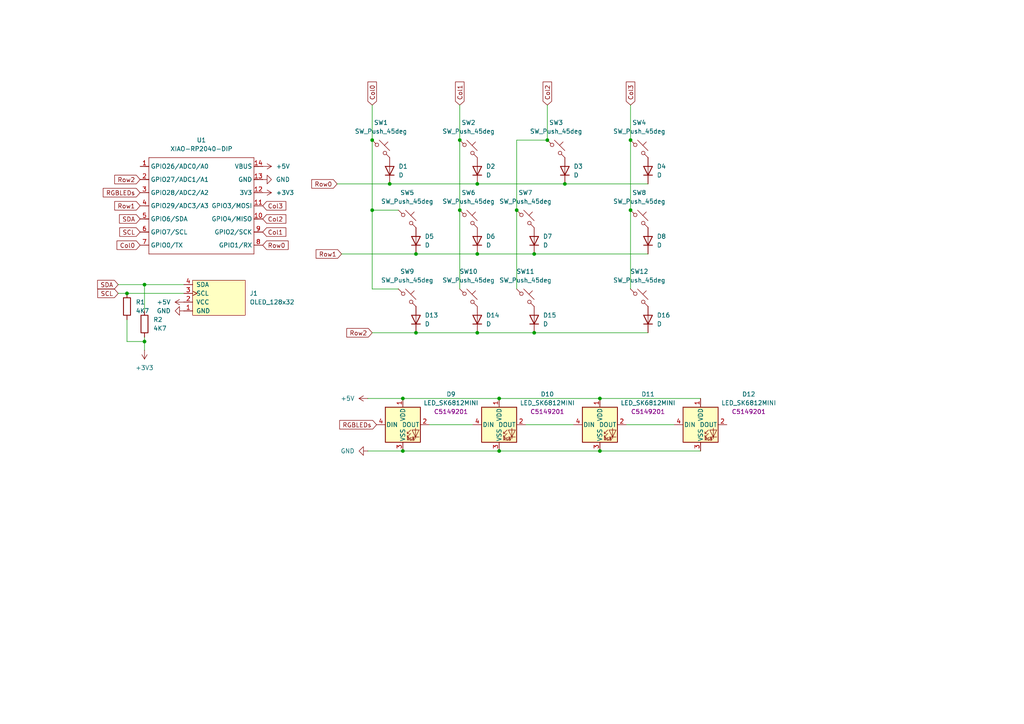
<source format=kicad_sch>
(kicad_sch (version 20231120) (generator "eeschema") (generator_version "8.0")
  (paper "A4")
  (title_block (title "GamerPad") (date "2025-02-08") (rev "0.0.1"))
  (lib_symbols
    (symbol "Device:D" (pin_numbers hide) (pin_names (offset 1.016) hide)
      (property "Reference" "D" (at 0 2.54 0))
      (property "Value" "D" (at 0 -2.54 0))
      (symbol "D_0_1"
        (polyline (pts (xy -1.27 1.27) (xy -1.27 -1.27)) (stroke (width 0.254)))
        (polyline (pts (xy 1.27 0) (xy -1.27 0)))
        (polyline (pts (xy 1.27 1.27) (xy 1.27 -1.27) (xy -1.27 0) (xy 1.27 1.27)) (stroke (width 0.254)))
      )
      (symbol "D_1_1"
        (pin passive line (at -3.81 0 0) (length 2.54) (name "K") (number "1"))
        (pin passive line (at 3.81 0 180) (length 2.54) (name "A") (number "2"))
      )
    )
    (symbol "Device:R" (pin_numbers hide) (pin_names (offset 0))
      (property "Reference" "R" (at 2.032 0 90))
      (property "Value" "R" (at 0 0 90))
      (symbol "R_0_1"
        (rectangle (start -1.016 -2.54) (end 1.016 2.54) (stroke (width 0.254)))
      )
      (symbol "R_1_1"
        (pin passive line (at 0 3.81 270) (length 1.27) (name "~") (number "1"))
        (pin passive line (at 0 -3.81 90) (length 1.27) (name "~") (number "2"))
      )
    )
    (symbol "ScottoKeebs:LED_SK6812MINI" (pin_names (offset 0.254))
      (property "Reference" "D" (at 2.032 5.588 0))
      (property "Value" "LED_SK6812MINI" (at 1.27 -5.715 0))
      (property "LCSC" "C5149201" (at 0 0 0))
      (symbol "LED_SK6812MINI_0_0"
        (text "RGB" (at 2.286 -4.191 0) (effects (font (size 0.762 0.762))))
      )
      (symbol "LED_SK6812MINI_0_1"
        (rectangle (start -5.08 5.08) (end 5.08 -5.08) (stroke (width 0.254)) (fill (type background)))
        (polyline (pts (xy 1.27 -3.556) (xy 1.778 -3.556)))
        (polyline (pts (xy 1.27 -2.54) (xy 1.778 -2.54)))
        (polyline (pts (xy 4.699 -3.556) (xy 2.667 -3.556)))
        (polyline (pts (xy 2.286 -2.54) (xy 1.27 -3.556) (xy 1.27 -3.048)))
        (polyline (pts (xy 2.286 -1.524) (xy 1.27 -2.54) (xy 1.27 -2.032)))
        (polyline (pts (xy 3.683 -1.016) (xy 3.683 -3.556) (xy 3.683 -4.064)))
        (polyline (pts (xy 4.699 -1.524) (xy 2.667 -1.524) (xy 3.683 -3.556) (xy 4.699 -1.524)))
      )
      (symbol "LED_SK6812MINI_1_1"
        (pin power_in line (at 0 7.62 270) (length 2.54) (name "VDD") (number "1"))
        (pin output line (at 7.62 0 180) (length 2.54) (name "DOUT") (number "2"))
        (pin power_in line (at 0 -7.62 90) (length 2.54) (name "VSS") (number "3"))
        (pin input line (at -7.62 0 0) (length 2.54) (name "DIN") (number "4"))
      )
    )
    (symbol "ScottoKeebs:OLED_128x32" (pin_names (offset 1.016))
      (property "Reference" "J" (at 0 -6.35 0))
      (property "Value" "OLED_128x32" (at 0 6.35 0))
      (symbol "OLED_128x32_0_1"
        (rectangle (start 0 5.08) (end 15.24 -5.08) (fill (type background)))
      )
      (symbol "OLED_128x32_1_1"
        (pin power_in line (at -2.54 -3.81 0) (length 2.54) (name "GND") (number "1"))
        (pin power_in line (at -2.54 -1.27 0) (length 2.54) (name "VCC") (number "2"))
        (pin input clock (at -2.54 1.27 0) (length 2.54) (name "SCL") (number "3"))
        (pin bidirectional line (at -2.54 3.81 0) (length 2.54) (name "SDA") (number "4"))
      )
    )
    (symbol "Seeed_Studio_XIAO_Series:XIAO-RP2040-DIP"
      (property "Reference" "U" (at 0 0 0))
      (property "Value" "XIAO-RP2040-DIP" (at 5.334 -1.778 0))
      (symbol "XIAO-RP2040-DIP_1_0"
        (polyline (pts (xy -1.27 -30.48) (xy -1.27 -16.51)) (stroke (width 0.1524)))
        (polyline (pts (xy -1.27 -27.94) (xy -2.54 -27.94)) (stroke (width 0.1524)))
        (polyline (pts (xy -1.27 -24.13) (xy -2.54 -24.13)) (stroke (width 0.1524)))
        (polyline (pts (xy -1.27 -20.32) (xy -2.54 -20.32)) (stroke (width 0.1524)))
        (polyline (pts (xy -1.27 -16.51) (xy -2.54 -16.51)) (stroke (width 0.1524)))
        (polyline (pts (xy -1.27 -16.51) (xy -1.27 -12.7)) (stroke (width 0.1524)))
        (polyline (pts (xy -1.27 -12.7) (xy -2.54 -12.7)) (stroke (width 0.1524)))
        (polyline (pts (xy -1.27 -12.7) (xy -1.27 -8.89)) (stroke (width 0.1524)))
        (polyline (pts (xy -1.27 -8.89) (xy -2.54 -8.89)) (stroke (width 0.1524)))
        (polyline (pts (xy -1.27 -8.89) (xy -1.27 -5.08)) (stroke (width 0.1524)))
        (polyline (pts (xy -1.27 -5.08) (xy -2.54 -5.08)) (stroke (width 0.1524)))
        (polyline (pts (xy -1.27 -5.08) (xy -1.27 -2.54)) (stroke (width 0.1524)))
        (polyline (pts (xy -1.27 -2.54) (xy 29.21 -2.54)) (stroke (width 0.1524)))
        (polyline (pts (xy 29.21 -30.48) (xy -1.27 -30.48)) (stroke (width 0.1524)))
        (polyline (pts (xy 29.21 -12.7) (xy 29.21 -30.48)) (stroke (width 0.1524)))
        (polyline (pts (xy 29.21 -8.89) (xy 29.21 -12.7)) (stroke (width 0.1524)))
        (polyline (pts (xy 29.21 -5.08) (xy 29.21 -8.89)) (stroke (width 0.1524)))
        (polyline (pts (xy 29.21 -2.54) (xy 29.21 -5.08)) (stroke (width 0.1524)))
        (polyline (pts (xy 30.48 -27.94) (xy 29.21 -27.94)) (stroke (width 0.1524)))
        (polyline (pts (xy 30.48 -24.13) (xy 29.21 -24.13)) (stroke (width 0.1524)))
        (polyline (pts (xy 30.48 -20.32) (xy 29.21 -20.32)) (stroke (width 0.1524)))
        (polyline (pts (xy 30.48 -16.51) (xy 29.21 -16.51)) (stroke (width 0.1524)))
        (polyline (pts (xy 30.48 -12.7) (xy 29.21 -12.7)) (stroke (width 0.1524)))
        (polyline (pts (xy 30.48 -8.89) (xy 29.21 -8.89)) (stroke (width 0.1524)))
        (polyline (pts (xy 30.48 -5.08) (xy 29.21 -5.08)) (stroke (width 0.1524)))
        (pin passive line (at -3.81 -5.08 0) (length 2.54) (name "GPIO26/ADC0/A0") (number "1"))
        (pin passive line (at 31.75 -20.32 180) (length 2.54) (name "GPIO4/MISO") (number "10"))
        (pin passive line (at 31.75 -16.51 180) (length 2.54) (name "GPIO3/MOSI") (number "11"))
        (pin passive line (at 31.75 -12.7 180) (length 2.54) (name "3V3") (number "12"))
        (pin passive line (at 31.75 -8.89 180) (length 2.54) (name "GND") (number "13"))
        (pin passive line (at 31.75 -5.08 180) (length 2.54) (name "VBUS") (number "14"))
        (pin passive line (at -3.81 -8.89 0) (length 2.54) (name "GPIO27/ADC1/A1") (number "2"))
        (pin passive line (at -3.81 -12.7 0) (length 2.54) (name "GPIO28/ADC2/A2") (number "3"))
        (pin passive line (at -3.81 -16.51 0) (length 2.54) (name "GPIO29/ADC3/A3") (number "4"))
        (pin passive line (at -3.81 -20.32 0) (length 2.54) (name "GPIO6/SDA") (number "5"))
        (pin passive line (at -3.81 -24.13 0) (length 2.54) (name "GPIO7/SCL") (number "6"))
        (pin passive line (at -3.81 -27.94 0) (length 2.54) (name "GPIO0/TX") (number "7"))
        (pin passive line (at 31.75 -27.94 180) (length 2.54) (name "GPIO1/RX") (number "8"))
        (pin passive line (at 31.75 -24.13 180) (length 2.54) (name "GPIO2/SCK") (number "9"))
      )
    )
    (symbol "Switch:SW_Push_45deg" (pin_numbers hide) (pin_names (offset 1.016) hide)
      (property "Reference" "SW" (at 3.048 1.016 0))
      (property "Value" "SW_Push_45deg" (at 0 -3.81 0))
      (symbol "SW_Push_45deg_0_1"
        (circle (center -1.1684 1.1684) (radius 0.508))
        (polyline (pts (xy -0.508 2.54) (xy 2.54 -0.508)))
        (polyline (pts (xy 1.016 1.016) (xy 2.032 2.032)))
        (polyline (pts (xy -2.54 2.54) (xy -1.524 1.524) (xy -1.524 1.524)))
        (polyline (pts (xy 1.524 -1.524) (xy 2.54 -2.54) (xy 2.54 -2.54) (xy 2.54 -2.54)))
        (circle (center 1.143 -1.1938) (radius 0.508))
        (pin passive line (at -2.54 2.54 0) (length 0) (name "1") (number "1"))
        (pin passive line (at 2.54 -2.54 180) (length 0) (name "2") (number "2"))
      )
    )
    (symbol "power:+3V3" (power) (pin_numbers hide) (pin_names (offset 0) hide)
      (property "Value" "+3V3" (at 0 3.556 0))
      (symbol "+3V3_0_1"
        (polyline (pts (xy -0.762 1.27) (xy 0 2.54)))
        (polyline (pts (xy 0 0) (xy 0 2.54)))
        (polyline (pts (xy 0 2.54) (xy 0.762 1.27)))
      )
      (symbol "+3V3_1_1"
        (pin power_in line (at 0 0 90) (length 0) (name "~") (number "1"))
      )
    )
    (symbol "power:+5V" (power) (pin_numbers hide) (pin_names (offset 0) hide)
      (property "Value" "+5V" (at 0 3.556 0))
      (symbol "+5V_0_1"
        (polyline (pts (xy -0.762 1.27) (xy 0 2.54)))
        (polyline (pts (xy 0 0) (xy 0 2.54)))
        (polyline (pts (xy 0 2.54) (xy 0.762 1.27)))
      )
      (symbol "+5V_1_1"
        (pin power_in line (at 0 0 90) (length 0) (name "~") (number "1"))
      )
    )
    (symbol "power:GND" (power) (pin_numbers hide) (pin_names (offset 0) hide)
      (property "Value" "GND" (at 0 -3.81 0))
      (symbol "GND_0_1"
        (polyline (pts (xy 0 0) (xy 0 -1.27) (xy 1.27 -1.27) (xy 0 -2.54) (xy -1.27 -1.27) (xy 0 -1.27)))
      )
      (symbol "GND_1_1"
        (pin power_in line (at 0 0 270) (length 0) (name "~") (number "1"))
      )
    )
  )
  (junction (at 41.91 82.55))
  (junction (at 107.95 40.64))
  (junction (at 41.91 99.06))
  (junction (at 116.84 115.57))
  (junction (at 149.86 60.96))
  (junction (at 133.35 60.96))
  (junction (at 138.43 53.34))
  (junction (at 154.94 73.66))
  (junction (at 163.83 53.34))
  (junction (at 138.43 73.66))
  (junction (at 120.65 96.52))
  (junction (at 36.83 85.09))
  (junction (at 144.78 130.81))
  (junction (at 173.99 130.81))
  (junction (at 138.43 96.52))
  (junction (at 116.84 130.81))
  (junction (at 120.65 73.66))
  (junction (at 158.75 40.64))
  (junction (at 113.03 53.34))
  (junction (at 133.35 40.64))
  (junction (at 107.95 60.96))
  (junction (at 154.94 96.52))
  (junction (at 182.88 40.64))
  (junction (at 173.99 115.57))
  (junction (at 144.78 115.57))
  (junction (at 182.88 60.96))
  (wire (pts (xy 107.95 96.52) (xy 120.65 96.52)))
  (wire (pts (xy 138.43 96.52) (xy 154.94 96.52)))
  (wire (pts (xy 115.57 83.82) (xy 107.95 83.82)))
  (wire (pts (xy 138.43 73.66) (xy 154.94 73.66)))
  (wire (pts (xy 124.46 123.19) (xy 137.16 123.19)))
  (wire (pts (xy 152.4 123.19) (xy 166.37 123.19)))
  (wire (pts (xy 107.95 40.64) (xy 107.95 60.96)))
  (wire (pts (xy 133.35 60.96) (xy 133.35 83.82)))
  (wire (pts (xy 106.68 130.81) (xy 116.84 130.81)))
  (wire (pts (xy 138.43 53.34) (xy 163.83 53.34)))
  (wire (pts (xy 133.35 30.48) (xy 133.35 40.64)))
  (wire (pts (xy 34.29 85.09) (xy 36.83 85.09)))
  (wire (pts (xy 116.84 130.81) (xy 144.78 130.81)))
  (wire (pts (xy 41.91 97.79) (xy 41.91 99.06)))
  (wire (pts (xy 182.88 30.48) (xy 182.88 40.64)))
  (wire (pts (xy 120.65 96.52) (xy 138.43 96.52)))
  (wire (pts (xy 107.95 30.48) (xy 107.95 40.64)))
  (wire (pts (xy 144.78 115.57) (xy 173.99 115.57)))
  (wire (pts (xy 181.61 123.19) (xy 195.58 123.19)))
  (wire (pts (xy 99.06 73.66) (xy 120.65 73.66)))
  (wire (pts (xy 120.65 73.66) (xy 138.43 73.66)))
  (wire (pts (xy 106.68 115.57) (xy 116.84 115.57)))
  (wire (pts (xy 97.79 53.34) (xy 113.03 53.34)))
  (wire (pts (xy 36.83 92.71) (xy 36.83 99.06)))
  (wire (pts (xy 113.03 53.34) (xy 138.43 53.34)))
  (wire (pts (xy 116.84 115.57) (xy 144.78 115.57)))
  (wire (pts (xy 173.99 130.81) (xy 203.2 130.81)))
  (wire (pts (xy 149.86 60.96) (xy 149.86 83.82)))
  (wire (pts (xy 163.83 53.34) (xy 187.96 53.34)))
  (wire (pts (xy 36.83 99.06) (xy 41.91 99.06)))
  (wire (pts (xy 154.94 96.52) (xy 187.96 96.52)))
  (wire (pts (xy 144.78 130.81) (xy 173.99 130.81)))
  (wire (pts (xy 173.99 115.57) (xy 203.2 115.57)))
  (wire (pts (xy 133.35 40.64) (xy 133.35 60.96)))
  (wire (pts (xy 182.88 60.96) (xy 182.88 83.82)))
  (wire (pts (xy 36.83 85.09) (xy 53.34 85.09)))
  (wire (pts (xy 149.86 60.96) (xy 149.86 40.64)))
  (wire (pts (xy 34.29 82.55) (xy 41.91 82.55)))
  (wire (pts (xy 115.57 60.96) (xy 107.95 60.96)))
  (wire (pts (xy 158.75 30.48) (xy 158.75 40.64)))
  (wire (pts (xy 154.94 73.66) (xy 187.96 73.66)))
  (wire (pts (xy 182.88 40.64) (xy 182.88 60.96)))
  (wire (pts (xy 149.86 40.64) (xy 158.75 40.64)))
  (wire (pts (xy 41.91 82.55) (xy 41.91 90.17)))
  (wire (pts (xy 107.95 60.96) (xy 107.95 83.82)))
  (wire (pts (xy 41.91 99.06) (xy 41.91 101.6)))
  (wire (pts (xy 41.91 82.55) (xy 53.34 82.55)))
  (global_label "Col0" (shape input) (at 40.64 71.12 180) (property "Intersheetrefs" "${INTERSHEET_REFS}" (effects (hide yes))))
  (global_label "Col1" (shape input) (at 133.35 30.48 90) (property "Intersheetrefs" "${INTERSHEET_REFS}" (effects (hide yes))))
  (global_label "SDA" (shape input) (at 40.64 63.5 180) (property "Intersheetrefs" "${INTERSHEET_REFS}" (effects (hide yes))))
  (global_label "RGBLEDs" (shape input) (at 109.22 123.19 180) (property "Intersheetrefs" "${INTERSHEET_REFS}" (effects (hide yes))))
  (global_label "RGBLEDs" (shape input) (at 40.64 55.88 180) (property "Intersheetrefs" "${INTERSHEET_REFS}" (effects (hide yes))))
  (global_label "Row2" (shape input) (at 107.95 96.52 180) (property "Intersheetrefs" "${INTERSHEET_REFS}" (effects (hide yes))))
  (global_label "Col2" (shape input) (at 158.75 30.48 90) (property "Intersheetrefs" "${INTERSHEET_REFS}" (effects (hide yes))))
  (global_label "SCL" (shape input) (at 40.64 67.31 180) (property "Intersheetrefs" "${INTERSHEET_REFS}" (effects (hide yes))))
  (global_label "SDA" (shape input) (at 34.29 82.55 180) (property "Intersheetrefs" "${INTERSHEET_REFS}" (effects (hide yes))))
  (global_label "Col1" (shape input) (at 76.2 67.31 0) (property "Intersheetrefs" "${INTERSHEET_REFS}" (effects (hide yes))))
  (global_label "Row0" (shape input) (at 76.2 71.12 0) (property "Intersheetrefs" "${INTERSHEET_REFS}" (effects (hide yes))))
  (global_label "Col0" (shape input) (at 107.95 30.48 90) (property "Intersheetrefs" "${INTERSHEET_REFS}" (effects (hide yes))))
  (global_label "Row1" (shape input) (at 40.64 59.69 180) (property "Intersheetrefs" "${INTERSHEET_REFS}" (effects (hide yes))))
  (global_label "Row2" (shape input) (at 40.64 52.07 180) (property "Intersheetrefs" "${INTERSHEET_REFS}" (effects (hide yes))))
  (global_label "Col2" (shape input) (at 76.2 63.5 0) (property "Intersheetrefs" "${INTERSHEET_REFS}" (effects (hide yes))))
  (global_label "Row0" (shape input) (at 97.79 53.34 180) (property "Intersheetrefs" "${INTERSHEET_REFS}" (effects (hide yes))))
  (global_label "Row1" (shape input) (at 99.06 73.66 180) (property "Intersheetrefs" "${INTERSHEET_REFS}" (effects (hide yes))))
  (global_label "SCL" (shape input) (at 34.29 85.09 180) (property "Intersheetrefs" "${INTERSHEET_REFS}" (effects (hide yes))))
  (global_label "Col3" (shape input) (at 76.2 59.69 0) (property "Intersheetrefs" "${INTERSHEET_REFS}" (effects (hide yes))))
  (global_label "Col3" (shape input) (at 182.88 30.48 90) (property "Intersheetrefs" "${INTERSHEET_REFS}" (effects (hide yes))))
  (symbol (lib_id "Device:D") (at 113.03 49.53 90) (unit 1)
    (property "Reference" "D1" (at 115.57 48.2599 90) (effects (justify right)))
    (property "Value" "D" (at 115.57 50.7999 90) (effects (justify right)))
    (property "Footprint" "Diode_THT:D_DO-35_SOD27_P7.62mm_Horizontal" (effects (hide yes)))
    (property "Description" "Diode" (effects (hide yes)))
    (property "Sim.Device" "D" (effects (hide yes)))
    (property "Sim.Pins" "1=K 2=A" (effects (hide yes)))
  )
  (symbol (lib_id "power:+5V") (at 53.34 87.63 90) (unit 1)
    (property "Reference" "#PWR05" (effects (hide yes)))
    (property "Value" "+5V" (at 49.53 87.6299 90) (effects (justify left)))
    (property "Description" "Power symbol creates a global label with name \"+5V\"" (effects (hide yes)))
  )
  (symbol (lib_id "power:GND") (at 76.2 52.07 90) (unit 1)
    (property "Reference" "#PWR01" (effects (hide yes)))
    (property "Value" "GND" (at 80.01 52.0699 90) (effects (justify right)))
    (property "Description" "Power symbol creates a global label with name \"GND\" , ground" (effects (hide yes)))
  )
  (symbol (lib_id "Switch:SW_Push_45deg") (at 185.42 43.18 0) (unit 1)
    (property "Reference" "SW4" (at 185.42 35.56 0))
    (property "Value" "SW_Push_45deg" (at 185.42 38.1 0))
    (property "Footprint" "ScottoKeebs_MX:MX_PCB_1.00u" (effects (hide yes)))
    (property "Description" "Push button switch, normally open, two pins, 45° tilted" (effects (hide yes)))
  )
  (symbol (lib_id "power:+3V3") (at 41.91 101.6 180) (unit 1)
    (property "Reference" "#PWR08" (effects (hide yes)))
    (property "Value" "+3V3" (at 41.91 106.68 0))
    (property "Description" "Power symbol creates a global label with name \"+3V3\"" (effects (hide yes)))
  )
  (symbol (lib_id "ScottoKeebs:LED_SK6812MINI") (at 173.99 123.19 0) (unit 1)
    (property "Reference" "D11" (at 187.96 114.3314 0))
    (property "Value" "LED_SK6812MINI" (at 187.96 116.8714 0))
    (property "Footprint" "neopixel:SK6812MINI-E" (effects (hide yes)))
    (property "Datasheet" "https://cdn-shop.adafruit.com/product-files/2686/SK6812MINI_REV.01-1-2.pdf" (effects (hide yes)))
    (property "Description" "RGB LED with integrated controller" (effects (hide yes)))
    (property "LCSC" "C5149201" (at 187.96 119.4114 0))
  )
  (symbol (lib_id "Switch:SW_Push_45deg") (at 110.49 43.18 0) (unit 1)
    (property "Reference" "SW1" (at 110.49 35.56 0))
    (property "Value" "SW_Push_45deg" (at 110.49 38.1 0))
    (property "Footprint" "ScottoKeebs_MX:MX_PCB_1.00u" (effects (hide yes)))
    (property "Description" "Push button switch, normally open, two pins, 45° tilted" (effects (hide yes)))
  )
  (symbol (lib_id "Switch:SW_Push_45deg") (at 161.29 43.18 0) (unit 1)
    (property "Reference" "SW3" (at 161.29 35.56 0))
    (property "Value" "SW_Push_45deg" (at 161.29 38.1 0))
    (property "Footprint" "ScottoKeebs_MX:MX_PCB_1.00u" (effects (hide yes)))
    (property "Description" "Push button switch, normally open, two pins, 45° tilted" (effects (hide yes)))
  )
  (symbol (lib_id "Device:D") (at 187.96 49.53 90) (unit 1)
    (property "Reference" "D4" (at 190.5 48.2599 90) (effects (justify right)))
    (property "Value" "D" (at 190.5 50.7999 90) (effects (justify right)))
    (property "Footprint" "Diode_THT:D_DO-35_SOD27_P7.62mm_Horizontal" (effects (hide yes)))
    (property "Description" "Diode" (effects (hide yes)))
    (property "Sim.Device" "D" (effects (hide yes)))
    (property "Sim.Pins" "1=K 2=A" (effects (hide yes)))
  )
  (symbol (lib_id "Device:D") (at 154.94 92.71 90) (unit 1)
    (property "Reference" "D15" (at 157.48 91.4399 90) (effects (justify right)))
    (property "Value" "D" (at 157.48 93.9799 90) (effects (justify right)))
    (property "Footprint" "Diode_THT:D_DO-35_SOD27_P7.62mm_Horizontal" (effects (hide yes)))
    (property "Description" "Diode" (effects (hide yes)))
    (property "Sim.Device" "D" (effects (hide yes)))
    (property "Sim.Pins" "1=K 2=A" (effects (hide yes)))
  )
  (symbol (lib_id "Switch:SW_Push_45deg") (at 135.89 86.36 0) (unit 1)
    (property "Reference" "SW10" (at 135.89 78.74 0))
    (property "Value" "SW_Push_45deg" (at 135.89 81.28 0))
    (property "Footprint" "ScottoKeebs_MX:MX_PCB_1.00u" (effects (hide yes)))
    (property "Description" "Push button switch, normally open, two pins, 45° tilted" (effects (hide yes)))
  )
  (symbol (lib_id "Device:D") (at 187.96 92.71 90) (unit 1)
    (property "Reference" "D16" (at 190.5 91.4399 90) (effects (justify right)))
    (property "Value" "D" (at 190.5 93.9799 90) (effects (justify right)))
    (property "Footprint" "Diode_THT:D_DO-35_SOD27_P7.62mm_Horizontal" (effects (hide yes)))
    (property "Description" "Diode" (effects (hide yes)))
    (property "Sim.Device" "D" (effects (hide yes)))
    (property "Sim.Pins" "1=K 2=A" (effects (hide yes)))
  )
  (symbol (lib_id "Device:D") (at 154.94 69.85 90) (unit 1)
    (property "Reference" "D7" (at 157.48 68.5799 90) (effects (justify right)))
    (property "Value" "D" (at 157.48 71.1199 90) (effects (justify right)))
    (property "Footprint" "Diode_THT:D_DO-35_SOD27_P7.62mm_Horizontal" (effects (hide yes)))
    (property "Description" "Diode" (effects (hide yes)))
    (property "Sim.Device" "D" (effects (hide yes)))
    (property "Sim.Pins" "1=K 2=A" (effects (hide yes)))
  )
  (symbol (lib_id "Device:D") (at 120.65 69.85 90) (unit 1)
    (property "Reference" "D5" (at 123.19 68.5799 90) (effects (justify right)))
    (property "Value" "D" (at 123.19 71.1199 90) (effects (justify right)))
    (property "Footprint" "Diode_THT:D_DO-35_SOD27_P7.62mm_Horizontal" (effects (hide yes)))
    (property "Description" "Diode" (effects (hide yes)))
    (property "Sim.Device" "D" (effects (hide yes)))
    (property "Sim.Pins" "1=K 2=A" (effects (hide yes)))
  )
  (symbol (lib_id "ScottoKeebs:LED_SK6812MINI") (at 116.84 123.19 0) (unit 1)
    (property "Reference" "D9" (at 130.81 114.3314 0))
    (property "Value" "LED_SK6812MINI" (at 130.81 116.8714 0))
    (property "Footprint" "neopixel:SK6812MINI-E" (effects (hide yes)))
    (property "Datasheet" "https://cdn-shop.adafruit.com/product-files/2686/SK6812MINI_REV.01-1-2.pdf" (effects (hide yes)))
    (property "Description" "RGB LED with integrated controller" (effects (hide yes)))
    (property "LCSC" "C5149201" (at 130.81 119.4114 0))
  )
  (symbol (lib_id "Device:D") (at 163.83 49.53 90) (unit 1)
    (property "Reference" "D3" (at 166.37 48.2599 90) (effects (justify right)))
    (property "Value" "D" (at 166.37 50.7999 90) (effects (justify right)))
    (property "Footprint" "Diode_THT:D_DO-35_SOD27_P7.62mm_Horizontal" (effects (hide yes)))
    (property "Description" "Diode" (effects (hide yes)))
    (property "Sim.Device" "D" (effects (hide yes)))
    (property "Sim.Pins" "1=K 2=A" (effects (hide yes)))
  )
  (symbol (lib_id "Switch:SW_Push_45deg") (at 152.4 63.5 0) (unit 1)
    (property "Reference" "SW7" (at 152.4 55.88 0))
    (property "Value" "SW_Push_45deg" (at 152.4 58.42 0))
    (property "Footprint" "ScottoKeebs_MX:MX_PCB_1.00u" (effects (hide yes)))
    (property "Description" "Push button switch, normally open, two pins, 45° tilted" (effects (hide yes)))
  )
  (symbol (lib_id "Device:R") (at 41.91 93.98 0) (unit 1)
    (property "Reference" "R2" (at 44.45 92.7099 0) (effects (justify left)))
    (property "Value" "4K7" (at 44.45 95.2499 0) (effects (justify left)))
    (property "Footprint" "Resistor_THT:R_Axial_DIN0204_L3.6mm_D1.6mm_P7.62mm_Horizontal" (effects (hide yes)))
    (property "Description" "Resistor" (effects (hide yes)))
  )
  (symbol (lib_id "Switch:SW_Push_45deg") (at 185.42 63.5 0) (unit 1)
    (property "Reference" "SW8" (at 185.42 55.88 0))
    (property "Value" "SW_Push_45deg" (at 185.42 58.42 0))
    (property "Footprint" "ScottoKeebs_MX:MX_PCB_1.00u" (effects (hide yes)))
    (property "Description" "Push button switch, normally open, two pins, 45° tilted" (effects (hide yes)))
  )
  (symbol (lib_id "Device:D") (at 187.96 69.85 90) (unit 1)
    (property "Reference" "D8" (at 190.5 68.5799 90) (effects (justify right)))
    (property "Value" "D" (at 190.5 71.1199 90) (effects (justify right)))
    (property "Footprint" "Diode_THT:D_DO-35_SOD27_P7.62mm_Horizontal" (effects (hide yes)))
    (property "Description" "Diode" (effects (hide yes)))
    (property "Sim.Device" "D" (effects (hide yes)))
    (property "Sim.Pins" "1=K 2=A" (effects (hide yes)))
  )
  (symbol (lib_id "Switch:SW_Push_45deg") (at 135.89 63.5 0) (unit 1)
    (property "Reference" "SW6" (at 135.89 55.88 0))
    (property "Value" "SW_Push_45deg" (at 135.89 58.42 0))
    (property "Footprint" "ScottoKeebs_MX:MX_PCB_1.00u" (effects (hide yes)))
    (property "Description" "Push button switch, normally open, two pins, 45° tilted" (effects (hide yes)))
  )
  (symbol (lib_id "Device:D") (at 138.43 69.85 90) (unit 1)
    (property "Reference" "D6" (at 140.97 68.5799 90) (effects (justify right)))
    (property "Value" "D" (at 140.97 71.1199 90) (effects (justify right)))
    (property "Footprint" "Diode_THT:D_DO-35_SOD27_P7.62mm_Horizontal" (effects (hide yes)))
    (property "Description" "Diode" (effects (hide yes)))
    (property "Sim.Device" "D" (effects (hide yes)))
    (property "Sim.Pins" "1=K 2=A" (effects (hide yes)))
  )
  (symbol (lib_id "power:+3V3") (at 76.2 55.88 270) (unit 1)
    (property "Reference" "#PWR03" (effects (hide yes)))
    (property "Value" "+3V3" (at 80.01 55.8799 90) (effects (justify left)))
    (property "Description" "Power symbol creates a global label with name \"+3V3\"" (effects (hide yes)))
  )
  (symbol (lib_id "power:+5V") (at 76.2 48.26 270) (unit 1)
    (property "Reference" "#PWR02" (effects (hide yes)))
    (property "Value" "+5V" (at 80.01 48.2599 90) (effects (justify left)))
    (property "Description" "Power symbol creates a global label with name \"+5V\"" (effects (hide yes)))
  )
  (symbol (lib_id "Device:R") (at 36.83 88.9 0) (unit 1)
    (property "Reference" "R1" (at 39.37 87.6299 0) (effects (justify left)))
    (property "Value" "4K7" (at 39.37 90.1699 0) (effects (justify left)))
    (property "Footprint" "Resistor_THT:R_Axial_DIN0204_L3.6mm_D1.6mm_P7.62mm_Horizontal" (effects (hide yes)))
    (property "Description" "Resistor" (effects (hide yes)))
  )
  (symbol (lib_id "Switch:SW_Push_45deg") (at 152.4 86.36 0) (unit 1)
    (property "Reference" "SW11" (at 152.4 78.74 0))
    (property "Value" "SW_Push_45deg" (at 152.4 81.28 0))
    (property "Footprint" "ScottoKeebs_MX:MX_PCB_1.00u" (effects (hide yes)))
    (property "Description" "Push button switch, normally open, two pins, 45° tilted" (effects (hide yes)))
  )
  (symbol (lib_id "power:GND") (at 53.34 90.17 270) (unit 1)
    (property "Reference" "#PWR04" (effects (hide yes)))
    (property "Value" "GND" (at 49.53 90.1699 90) (effects (justify right)))
    (property "Description" "Power symbol creates a global label with name \"GND\" , ground" (effects (hide yes)))
  )
  (symbol (lib_id "Device:D") (at 120.65 92.71 90) (unit 1)
    (property "Reference" "D13" (at 123.19 91.4399 90) (effects (justify right)))
    (property "Value" "D" (at 123.19 93.9799 90) (effects (justify right)))
    (property "Footprint" "Diode_THT:D_DO-35_SOD27_P7.62mm_Horizontal" (effects (hide yes)))
    (property "Description" "Diode" (effects (hide yes)))
    (property "Sim.Device" "D" (effects (hide yes)))
    (property "Sim.Pins" "1=K 2=A" (effects (hide yes)))
  )
  (symbol (lib_id "Switch:SW_Push_45deg") (at 185.42 86.36 0) (unit 1)
    (property "Reference" "SW12" (at 185.42 78.74 0))
    (property "Value" "SW_Push_45deg" (at 185.42 81.28 0))
    (property "Footprint" "ScottoKeebs_MX:MX_PCB_1.00u" (effects (hide yes)))
    (property "Description" "Push button switch, normally open, two pins, 45° tilted" (effects (hide yes)))
  )
  (symbol (lib_id "ScottoKeebs:LED_SK6812MINI") (at 203.2 123.19 0) (unit 1)
    (property "Reference" "D12" (at 217.17 114.3314 0))
    (property "Value" "LED_SK6812MINI" (at 217.17 116.8714 0))
    (property "Footprint" "neopixel:SK6812MINI-E" (effects (hide yes)))
    (property "Datasheet" "https://cdn-shop.adafruit.com/product-files/2686/SK6812MINI_REV.01-1-2.pdf" (effects (hide yes)))
    (property "Description" "RGB LED with integrated controller" (effects (hide yes)))
    (property "LCSC" "C5149201" (at 217.17 119.4114 0))
  )
  (symbol (lib_id "power:GND") (at 106.68 130.81 270) (unit 1)
    (property "Reference" "#PWR07" (effects (hide yes)))
    (property "Value" "GND" (at 102.87 130.8099 90) (effects (justify right)))
    (property "Description" "Power symbol creates a global label with name \"GND\" , ground" (effects (hide yes)))
  )
  (symbol (lib_id "Device:D") (at 138.43 49.53 90) (unit 1)
    (property "Reference" "D2" (at 140.97 48.2599 90) (effects (justify right)))
    (property "Value" "D" (at 140.97 50.7999 90) (effects (justify right)))
    (property "Footprint" "Diode_THT:D_DO-35_SOD27_P7.62mm_Horizontal" (effects (hide yes)))
    (property "Description" "Diode" (effects (hide yes)))
    (property "Sim.Device" "D" (effects (hide yes)))
    (property "Sim.Pins" "1=K 2=A" (effects (hide yes)))
  )
  (symbol (lib_id "Switch:SW_Push_45deg") (at 118.11 63.5 0) (unit 1)
    (property "Reference" "SW5" (at 118.11 55.88 0))
    (property "Value" "SW_Push_45deg" (at 118.11 58.42 0))
    (property "Footprint" "ScottoKeebs_MX:MX_PCB_1.00u" (effects (hide yes)))
    (property "Description" "Push button switch, normally open, two pins, 45° tilted" (effects (hide yes)))
  )
  (symbol (lib_id "ScottoKeebs:OLED_128x32") (at 55.88 86.36 0) (unit 1)
    (property "Reference" "J1" (at 72.39 85.0899 0) (effects (justify left)))
    (property "Value" "OLED_128x32" (at 72.39 87.6299 0) (effects (justify left)))
    (property "Footprint" "ScottoKeebs_Components:OLED_128x32" (effects (hide yes)))
  )
  (symbol (lib_id "Seeed_Studio_XIAO_Series:XIAO-RP2040-DIP") (at 44.45 43.18 0) (unit 1)
    (property "Reference" "U1" (at 58.42 40.64 0))
    (property "Value" "XIAO-RP2040-DIP" (at 58.42 43.18 0))
    (property "Footprint" "Seeed Studio XIAO Series Library:XIAO-RP2040-DIP" (effects (hide yes)))
  )
  (symbol (lib_id "Switch:SW_Push_45deg") (at 135.89 43.18 0) (unit 1)
    (property "Reference" "SW2" (at 135.89 35.56 0))
    (property "Value" "SW_Push_45deg" (at 135.89 38.1 0))
    (property "Footprint" "ScottoKeebs_MX:MX_PCB_1.00u" (effects (hide yes)))
    (property "Description" "Push button switch, normally open, two pins, 45° tilted" (effects (hide yes)))
  )
  (symbol (lib_id "Device:D") (at 138.43 92.71 90) (unit 1)
    (property "Reference" "D14" (at 140.97 91.4399 90) (effects (justify right)))
    (property "Value" "D" (at 140.97 93.9799 90) (effects (justify right)))
    (property "Footprint" "Diode_THT:D_DO-35_SOD27_P7.62mm_Horizontal" (effects (hide yes)))
    (property "Description" "Diode" (effects (hide yes)))
    (property "Sim.Device" "D" (effects (hide yes)))
    (property "Sim.Pins" "1=K 2=A" (effects (hide yes)))
  )
  (symbol (lib_id "power:+5V") (at 106.68 115.57 90) (unit 1)
    (property "Reference" "#PWR06" (effects (hide yes)))
    (property "Value" "+5V" (at 102.87 115.5699 90) (effects (justify left)))
    (property "Description" "Power symbol creates a global label with name \"+5V\"" (effects (hide yes)))
  )
  (symbol (lib_id "ScottoKeebs:LED_SK6812MINI") (at 144.78 123.19 0) (unit 1)
    (property "Reference" "D10" (at 158.75 114.3314 0))
    (property "Value" "LED_SK6812MINI" (at 158.75 116.8714 0))
    (property "Footprint" "neopixel:SK6812MINI-E" (effects (hide yes)))
    (property "Datasheet" "https://cdn-shop.adafruit.com/product-files/2686/SK6812MINI_REV.01-1-2.pdf" (effects (hide yes)))
    (property "Description" "RGB LED with integrated controller" (effects (hide yes)))
    (property "LCSC" "C5149201" (at 158.75 119.4114 0))
  )
  (symbol (lib_id "Switch:SW_Push_45deg") (at 118.11 86.36 0) (unit 1)
    (property "Reference" "SW9" (at 118.11 78.74 0))
    (property "Value" "SW_Push_45deg" (at 118.11 81.28 0))
    (property "Footprint" "ScottoKeebs_MX:MX_PCB_1.00u" (effects (hide yes)))
    (property "Description" "Push button switch, normally open, two pins, 45° tilted" (effects (hide yes)))
  )
)
</source>
